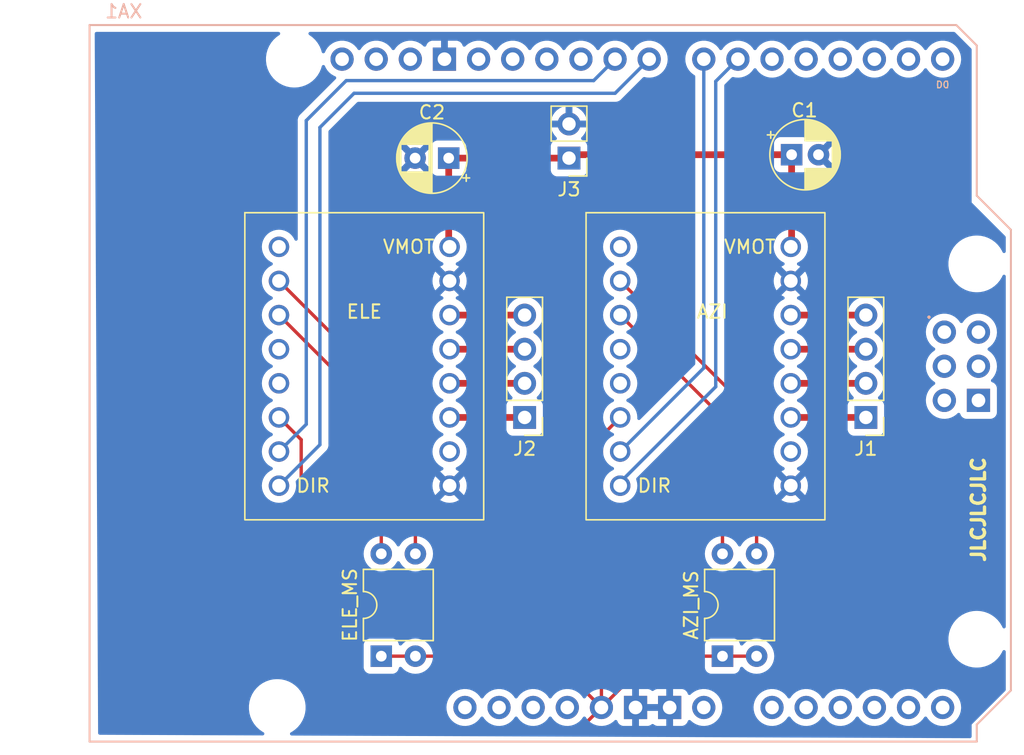
<source format=kicad_pcb>
(kicad_pcb (version 20211014) (generator pcbnew)
  (layers (0 "F.Cu" signal) (31 "B.Cu" signal) (34 "B.Paste" user) (35 "F.Paste" user) (36 "B.SilkS" user "B.Silkscreen") (37 "F.SilkS" user "F.Silkscreen") (38 "B.Mask" user) (39 "F.Mask" user) (44 "Edge.Cuts" user))
  (net 0 "")
  (net 1 "VCC")
  (net 2 "GND")
  (net 3 "Net-(J1-Pad1)")
  (net 4 "Net-(J1-Pad2)")
  (net 5 "Net-(J1-Pad3)")
  (net 6 "Net-(J1-Pad4)")
  (net 7 "Net-(J2-Pad1)")
  (net 8 "Net-(J2-Pad2)")
  (net 9 "Net-(J2-Pad3)")
  (net 10 "Net-(J2-Pad4)")
  (net 11 "+5V")
  (net 48 "Net-(SW1-Pad4)")
  (net 49 "Net-(SW1-Pad3)")
  (net 50 "Net-(U2-Pad2)")
  (net 51 "Net-(U2-Pad3)")
  (net 52 "Net-(XA1-PadD6)")
  (net 53 "Net-(XA1-PadD7)")
  (net 54 "Net-(XA1-PadD9)")
  (net 55 "Net-(XA1-PadD8)")
  (footprint "Package_DIP:DIP-4_W7.62mm" (layer "F.Cu") (at 133.345 90.16 90)
    (fp_text reference "AZI_MS" (at 3.81 -2.33 90) (layer "F.SilkS"))
    (fp_text value "SW_DIP_x02")
    (fp_line (start 6.46 -1.33) (end 4.81 -1.33) (layer "F.SilkS") (width 0.12))
    (fp_line (start 6.46 3.87) (end 6.46 -1.33) (layer "F.SilkS") (width 0.12))
    (fp_line (start 2.81 -1.33) (end 1.16 -1.33) (layer "F.SilkS") (width 0.12))
    (fp_line (start 1.16 3.87) (end 6.46 3.87) (layer "F.SilkS") (width 0.12))
    (fp_line (start 1.16 -1.33) (end 1.16 3.87) (layer "F.SilkS") (width 0.12))
    (fp_arc (start 4.81 -1.33) (mid 3.81 -0.33) (end 2.81 -1.33) (layer "F.SilkS") (width 0.12))
    (pad "1" thru_hole rect (at 0 0 90) (size 1.6 1.6) (drill 0.8) (layers *.Cu *.Mask) (net 11 "+5V"))
    (pad "2" thru_hole oval (at 0 2.54 90) (size 1.6 1.6) (drill 0.8) (layers *.Cu *.Mask) (net 11 "+5V"))
    (pad "3" thru_hole oval (at 7.62 2.54 90) (size 1.6 1.6) (drill 0.8) (layers *.Cu *.Mask) (net 49 "Net-(SW1-Pad3)"))
    (pad "4" thru_hole oval (at 7.62 0 90) (size 1.6 1.6) (drill 0.8) (layers *.Cu *.Mask) (net 48 "Net-(SW1-Pad4)"))
  )
  (footprint "Capacitor_THT:CP_Radial_D5.0mm_P2.00mm" (layer "F.Cu") (at 138.490888 52.832)
    (fp_text reference "C1" (at 0.955112 -3.302) (layer "F.SilkS"))
    (fp_text value "C_Polarized_Small")
    (fp_line (start 1.64 1.04) (end 1.64 2.501) (layer "F.SilkS") (width 0.12))
    (fp_line (start 1.761 -2.468) (end 1.761 -1.04) (layer "F.SilkS") (width 0.12))
    (fp_line (start 1.16 -2.576) (end 1.16 -1.04) (layer "F.SilkS") (width 0.12))
    (fp_line (start 2.641 1.04) (end 2.641 2.004) (layer "F.SilkS") (width 0.12))
    (fp_line (start 1.44 1.04) (end 1.44 2.543) (layer "F.SilkS") (width 0.12))
    (fp_line (start 3.081 -1.554) (end 3.081 1.554) (layer "F.SilkS") (width 0.12))
    (fp_line (start 2.841 1.04) (end 2.841 1.826) (layer "F.SilkS") (width 0.12))
    (fp_line (start 3.561 -0.518) (end 3.561 0.518) (layer "F.SilkS") (width 0.12))
    (fp_line (start 1.2 1.04) (end 1.2 2.573) (layer "F.SilkS") (width 0.12))
    (fp_line (start 2.081 -2.348) (end 2.081 -1.04) (layer "F.SilkS") (width 0.12))
    (fp_line (start 2.521 1.04) (end 2.521 2.095) (layer "F.SilkS") (width 0.12))
    (fp_line (start 2.561 -2.065) (end 2.561 -1.04) (layer "F.SilkS") (width 0.12))
    (fp_line (start 1 -2.58) (end 1 -1.04) (layer "F.SilkS") (width 0.12))
    (fp_line (start 2.681 -1.971) (end 2.681 -1.04) (layer "F.SilkS") (width 0.12))
    (fp_line (start 1.04 1.04) (end 1.04 2.58) (layer "F.SilkS") (width 0.12))
    (fp_line (start 2.841 -1.826) (end 2.841 -1.04) (layer "F.SilkS") (width 0.12))
    (fp_line (start 1.841 1.04) (end 1.841 2.442) (layer "F.SilkS") (width 0.12))
    (fp_line (start 2.121 1.04) (end 2.121 2.329) (layer "F.SilkS") (width 0.12))
    (fp_line (start 2.161 1.04) (end 2.161 2.31) (layer "F.SilkS") (width 0.12))
    (fp_line (start 2.361 -2.2) (end 2.361 -1.04) (layer "F.SilkS") (width 0.12))
    (fp_line (start 2.201 1.04) (end 2.201 2.29) (layer "F.SilkS") (width 0.12))
    (fp_line (start 1.12 -2.578) (end 1.12 -1.04) (layer "F.SilkS") (width 0.12))
    (fp_line (start 1.801 -2.455) (end 1.801 -1.04) (layer "F.SilkS") (width 0.12))
    (fp_line (start 1.28 -2.565) (end 1.28 -1.04) (layer "F.SilkS") (width 0.12))
    (fp_line (start 1.841 -2.442) (end 1.841 -1.04) (layer "F.SilkS") (width 0.12))
    (fp_line (start 1.801 1.04) (end 1.801 2.455) (layer "F.SilkS") (width 0.12))
    (fp_line (start 1.6 1.04) (end 1.6 2.511) (layer "F.SilkS") (width 0.12))
    (fp_line (start 1.32 1.04) (end 1.32 2.561) (layer "F.SilkS") (width 0.12))
    (fp_line (start 1.48 -2.536) (end 1.48 -1.04) (layer "F.SilkS") (width 0.12))
    (fp_line (start 1.32 -2.561) (end 1.32 -1.04) (layer "F.SilkS") (width 0.12))
    (fp_line (start 1.16 1.04) (end 1.16 2.576) (layer "F.SilkS") (width 0.12))
    (fp_line (start 2.201 -2.29) (end 2.201 -1.04) (layer "F.SilkS") (width 0.12))
    (fp_line (start 2.641 -2.004) (end 2.641 -1.04) (layer "F.SilkS") (width 0.12))
    (fp_line (start 3.361 -1.098) (end 3.361 1.098) (layer "F.SilkS") (width 0.12))
    (fp_line (start 2.161 -2.31) (end 2.161 -1.04) (layer "F.SilkS") (width 0.12))
    (fp_line (start 2.521 -2.095) (end 2.521 -1.04) (layer "F.SilkS") (width 0.12))
    (fp_line (start 2.321 -2.224) (end 2.321 -1.04) (layer "F.SilkS") (width 0.12))
    (fp_line (start 2.561 1.04) (end 2.561 2.065) (layer "F.SilkS") (width 0.12))
    (fp_line (start 1.48 1.04) (end 1.48 2.536) (layer "F.SilkS") (width 0.12))
    (fp_line (start 2.801 1.04) (end 2.801 1.864) (layer "F.SilkS") (width 0.12))
    (fp_line (start 3.041 -1.605) (end 3.041 1.605) (layer "F.SilkS") (width 0.12))
    (fp_line (start 1.761 1.04) (end 1.761 2.468) (layer "F.SilkS") (width 0.12))
    (fp_line (start 3.201 -1.383) (end 3.201 1.383) (layer "F.SilkS") (width 0.12))
    (fp_line (start 2.681 1.04) (end 2.681 1.971) (layer "F.SilkS") (width 0.12))
    (fp_line (start 1.08 1.04) (end 1.08 2.579) (layer "F.SilkS") (width 0.12))
    (fp_line (start 2.721 -1.937) (end 2.721 -1.04) (layer "F.SilkS") (width 0.12))
    (fp_line (start 1.68 -2.491) (end 1.68 -1.04) (layer "F.SilkS") (width 0.12))
    (fp_line (start 1.12 1.04) (end 1.12 2.578) (layer "F.SilkS") (width 0.12))
    (fp_line (start 1.24 1.04) (end 1.24 2.569) (layer "F.SilkS") (width 0.12))
    (fp_line (start 1.56 -2.52) (end 1.56 -1.04) (layer "F.SilkS") (width 0.12))
    (fp_line (start 1.881 -2.428) (end 1.881 -1.04) (layer "F.SilkS") (width 0.12))
    (fp_line (start 1.721 1.04) (end 1.721 2.48) (layer "F.SilkS") (width 0.12))
    (fp_line (start 2.881 1.04) (end 2.881 1.785) (layer "F.SilkS") (width 0.12))
    (fp_line (start 3.441 -0.915) (end 3.441 0.915) (layer "F.SilkS") (width 0.12))
    (fp_line (start 2.441 1.04) (end 2.441 2.149) (layer "F.SilkS") (width 0.12))
    (fp_line (start 2.121 -2.329) (end 2.121 -1.04) (layer "F.SilkS") (width 0.12))
    (fp_line (start 2.481 -2.122) (end 2.481 -1.04) (layer "F.SilkS") (width 0.12))
    (fp_line (start 1.921 1.04) (end 1.921 2.414) (layer "F.SilkS") (width 0.12))
    (fp_line (start 2.601 1.04) (end 2.601 2.035) (layer "F.SilkS") (width 0.12))
    (fp_line (start 2.601 -2.035) (end 2.601 -1.04) (layer "F.SilkS") (width 0.12))
    (fp_line (start 2.321 1.04) (end 2.321 2.224) (layer "F.SilkS") (width 0.12))
    (fp_line (start 2.881 -1.785) (end 2.881 -1.04) (layer "F.SilkS") (width 0.12))
    (fp_line (start 1.2 -2.573) (end 1.2 -1.04) (layer "F.SilkS") (width 0.12))
    (fp_line (start 1.68 1.04) (end 1.68 2.491) (layer "F.SilkS") (width 0.12))
    (fp_line (start 1.721 -2.48) (end 1.721 -1.04) (layer "F.SilkS") (width 0.12))
    (fp_line (start 2.241 1.04) (end 2.241 2.268) (layer "F.SilkS") (width 0.12))
    (fp_line (start 1.44 -2.543) (end 1.44 -1.04) (layer "F.SilkS") (width 0.12))
    (fp_line (start 2.921 -1.743) (end 2.921 -1.04) (layer "F.SilkS") (width 0.12))
    (fp_line (start 1.881 1.04) (end 1.881 2.428) (layer "F.SilkS") (width 0.12))
    (fp_line (start 2.001 1.04) (end 2.001 2.382) (layer "F.SilkS") (width 0.12))
    (fp_line (start 2.961 1.04) (end 2.961 1.699) (layer "F.SilkS") (width 0.12))
    (fp_line (start -1.554775 -1.725) (end -1.554775 -1.225) (layer "F.SilkS") (width 0.12))
    (fp_line (start 1.24 -2.569) (end 1.24 -1.04) (layer "F.SilkS") (width 0.12))
    (fp_line (start 2.281 1.04) (end 2.281 2.247) (layer "F.SilkS") (width 0.12))
    (fp_line (start 2.401 -2.175) (end 2.401 -1.04) (layer "F.SilkS") (width 0.12))
    (fp_line (start 2.041 -2.365) (end 2.041 -1.04) (layer "F.SilkS") (width 0.12))
    (fp_line (start 1.36 -2.556) (end 1.36 -1.04) (layer "F.SilkS") (width 0.12))
    (fp_line (start 3.601 -0.284) (end 3.601 0.284) (layer "F.SilkS") (width 0.12))
    (fp_line (start 2.361 1.04) (end 2.361 2.2) (layer "F.SilkS") (width 0.12))
    (fp_line (start 2.401 1.04) (end 2.401 2.175) (layer "F.SilkS") (width 0.12))
    (fp_line (start 2.921 1.04) (end 2.921 1.743) (layer "F.SilkS") (width 0.12))
    (fp_line (start 1.64 -2.501) (end 1.64 -1.04) (layer "F.SilkS") (width 0.12))
    (fp_line (start 3.241 -1.319) (end 3.241 1.319) (layer "F.SilkS") (width 0.12))
    (fp_line (start 3.001 -1.653) (end 3.001 -1.04) (layer "F.SilkS") (width 0.12))
    (fp_line (start 1.4 1.04) (end 1.4 2.55) (layer "F.SilkS") (width 0.12))
    (fp_line (start 3.481 -0.805) (end 3.481 0.805) (layer "F.SilkS") (width 0.12))
    (fp_line (start 1.4 -2.55) (end 1.4 -1.04) (layer "F.SilkS") (width 0.12))
    (fp_line (start 1.921 -2.414) (end 1.921 -1.04) (layer "F.SilkS") (width 0.12))
    (fp_line (start 1.6 -2.511) (end 1.6 -1.04) (layer "F.SilkS") (width 0.12))
    (fp_line (start 1.36 1.04) (end 1.36 2.556) (layer "F.SilkS") (width 0.12))
    (fp_line (start 3.401 -1.011) (end 3.401 1.011) (layer "F.SilkS") (width 0.12))
    (fp_line (start 1.52 -2.528) (end 1.52 -1.04) (layer "F.SilkS") (width 0.12))
    (fp_line (start 2.761 -1.901) (end 2.761 -1.04) (layer "F.SilkS") (width 0.12))
    (fp_line (start 3.521 -0.677) (end 3.521 0.677) (layer "F.SilkS") (width 0.12))
    (fp_line (start 3.001 1.04) (end 3.001 1.653) (layer "F.SilkS") (width 0.12))
    (fp_line (start 3.161 -1.443) (end 3.161 1.443) (layer "F.SilkS") (width 0.12))
    (fp_line (start 1.961 1.04) (end 1.961 2.398) (layer "F.SilkS") (width 0.12))
    (fp_line (start 1.28 1.04) (end 1.28 2.565) (layer "F.SilkS") (width 0.12))
    (fp_line (start 2.801 -1.864) (end 2.801 -1.04) (layer "F.SilkS") (width 0.12))
    (fp_line (start 3.281 -1.251) (end 3.281 1.251) (layer "F.SilkS") (width 0.12))
    (fp_line (start 2.441 -2.149) (end 2.441 -1.04) (layer "F.SilkS") (width 0.12))
    (fp_line (start 1.961 -2.398) (end 1.961 -1.04) (layer "F.SilkS") (width 0.12))
    (fp_line (start 2.961 -1.699) (end 2.961 -1.04) (layer "F.SilkS") (width 0.12))
    (fp_line (start 2.481 1.04) (end 2.481 2.122) (layer "F.SilkS") (width 0.12))
    (fp_line (start 2.761 1.04) (end 2.761 1.901) (layer "F.SilkS") (width 0.12))
    (fp_line (start -1.804775 -1.475) (end -1.304775 -1.475) (layer "F.SilkS") (width 0.12))
    (fp_line (start 2.001 -2.382) (end 2.001 -1.04) (layer "F.SilkS") (width 0.12))
    (fp_line (start 2.281 -2.247) (end 2.281 -1.04) (layer "F.SilkS") (width 0.12))
    (fp_line (start 1.08 -2.579) (end 1.08 -1.04) (layer "F.SilkS") (width 0.12))
    (fp_line (start 3.121 -1.5) (end 3.121 1.5) (layer "F.SilkS") (width 0.12))
    (fp_line (start 1.56 1.04) (end 1.56 2.52) (layer "F.SilkS") (width 0.12))
    (fp_line (start 1.52 1.04) (end 1.52 2.528) (layer "F.SilkS") (width 0.12))
    (fp_line (start 2.081 1.04) (end 2.081 2.348) (layer "F.SilkS") (width 0.12))
    (fp_line (start 2.241 -2.268) (end 2.241 -1.04) (layer "F.SilkS") (width 0.12))
    (fp_line (start 2.041 1.04) (end 2.041 2.365) (layer "F.SilkS") (width 0.12))
    (fp_line (start 1 1.04) (end 1 2.58) (layer "F.SilkS") (width 0.12))
    (fp_line (start 1.04 -2.58) (end 1.04 -1.04) (layer "F.SilkS") (width 0.12))
    (fp_line (start 3.321 -1.178) (end 3.321 1.178) (layer "F.SilkS") (width 0.12))
    (fp_line (start 2.721 1.04) (end 2.721 1.937) (layer "F.SilkS") (width 0.12))
    (fp_circle (center 1 0) (end 3.62 0) (layer "F.SilkS") (width 0.12) (fill none))
    (pad "1" thru_hole rect (at 0 0) (size 1.6 1.6) (drill 0.8) (layers *.Cu *.Mask) (net 1 "VCC"))
    (pad "2" thru_hole circle (at 2 0) (size 1.6 1.6) (drill 0.8) (layers *.Cu *.Mask) (net 2 "GND"))
  )
  (footprint "Connector_PinHeader_2.54mm:PinHeader_1x02_P2.54mm_Vertical" (layer "F.Cu") (at 121.92 53.086 180)
    (fp_text reference "J3" (at 0 -2.33) (layer "F.SilkS"))
    (fp_text value "Conn_01x02")
    (fp_line (start -1.33 0) (end -1.33 -1.33) (layer "F.SilkS") (width 0.12))
    (fp_line (start -1.33 1.27) (end -1.33 3.87) (layer "F.SilkS") (width 0.12))
    (fp_line (start 1.33 1.27) (end 1.33 3.87) (layer "F.SilkS") (width 0.12))
    (fp_line (start -1.33 -1.33) (end 0 -1.33) (layer "F.SilkS") (width 0.12))
    (fp_line (start -1.33 3.87) (end 1.33 3.87) (layer "F.SilkS") (width 0.12))
    (fp_line (start -1.33 1.27) (end 1.33 1.27) (layer "F.SilkS") (width 0.12))
    (pad "1" thru_hole rect (at 0 0 180) (size 1.7 1.7) (drill 1) (layers *.Cu *.Mask) (net 1 "VCC"))
    (pad "2" thru_hole oval (at 0 2.54 180) (size 1.7 1.7) (drill 1) (layers *.Cu *.Mask) (net 2 "GND"))
  )
  (footprint "Library:mp6500" (layer "F.Cu") (at 100.33 59.69)
    (fp_text reference "ELE" (at 6.35 4.826 unlocked) (layer "F.SilkS"))
    (fp_text value "MP6500")
    (fp_text user "DIR" (at 2.54 17.78 unlocked) (layer "F.SilkS"))
    (fp_text user "VMOT" (at 9.652 0 unlocked) (layer "F.SilkS"))
    (fp_rect (start -2.54 -2.54) (end 15.24 20.32) (layer "F.SilkS") (width 0.12) (fill none))
    (pad "1" thru_hole circle (at 0 0) (size 1.524 1.524) (drill 1.02) (layers *.Cu *.Mask))
    (pad "2" thru_hole circle (at 0 2.54) (size 1.524 1.524) (drill 1.02) (layers *.Cu *.Mask) (net 50 "Net-(U2-Pad2)"))
    (pad "3" thru_hole circle (at 0 5.08) (size 1.524 1.524) (drill 1.02) (layers *.Cu *.Mask) (net 51 "Net-(U2-Pad3)"))
    (pad "4" thru_hole circle (at 0 7.62) (size 1.524 1.524) (drill 1.02) (layers *.Cu *.Mask))
    (pad "5" thru_hole circle (at 0 10.16) (size 1.524 1.524) (drill 1.02) (layers *.Cu *.Mask))
    (pad "6" thru_hole circle (at 0 12.7) (size 1.524 1.524) (drill 1.02) (layers *.Cu *.Mask) (net 11 "+5V"))
    (pad "7" thru_hole circle (at 0 15.24) (size 1.524 1.524) (drill 1.02) (layers *.Cu *.Mask) (net 54 "Net-(XA1-PadD9)"))
    (pad "8" thru_hole circle (at 0 17.78) (size 1.524 1.524) (drill 1.02) (layers *.Cu *.Mask) (net 55 "Net-(XA1-PadD8)"))
    (pad "9" thru_hole circle (at 12.7 0) (size 1.524 1.524) (drill 1.02) (layers *.Cu *.Mask) (net 1 "VCC"))
    (pad "10" thru_hole circle (at 12.7 2.54) (size 1.524 1.524) (drill 1.02) (layers *.Cu *.Mask) (net 2 "GND"))
    (pad "11" thru_hole circle (at 12.7 5.08) (size 1.524 1.524) (drill 1.02) (layers *.Cu *.Mask) (net 10 "Net-(J2-Pad4)"))
    (pad "12" thru_hole circle (at 12.7 7.62) (size 1.524 1.524) (drill 1.02) (layers *.Cu *.Mask) (net 9 "Net-(J2-Pad3)"))
    (pad "13" thru_hole circle (at 12.7 10.16) (size 1.524 1.524) (drill 1.02) (layers *.Cu *.Mask) (net 8 "Net-(J2-Pad2)"))
    (pad "14" thru_hole circle (at 12.7 12.7) (size 1.524 1.524) (drill 1.02) (layers *.Cu *.Mask) (net 7 "Net-(J2-Pad1)"))
    (pad "15" thru_hole circle (at 12.7 15.24) (size 1.524 1.524) (drill 1.02) (layers *.Cu *.Mask))
    (pad "16" thru_hole circle (at 12.7 17.78) (size 1.524 1.524) (drill 1.02) (layers *.Cu *.Mask) (net 2 "GND"))
  )
  (footprint "Connector_PinHeader_2.54mm:PinHeader_1x04_P2.54mm_Vertical" (layer "F.Cu") (at 144.018 72.39 180)
    (fp_text reference "J1" (at 0 -2.33 180) (layer "F.SilkS"))
    (fp_text value "Conn_01x04")
    (fp_line (start -1.33 -1.33) (end 0 -1.33) (layer "F.SilkS") (width 0.12))
    (fp_line (start -1.33 8.95) (end 1.33 8.95) (layer "F.SilkS") (width 0.12))
    (fp_line (start -1.33 1.27) (end 1.33 1.27) (layer "F.SilkS") (width 0.12))
    (fp_line (start -1.33 1.27) (end -1.33 8.95) (layer "F.SilkS") (width 0.12))
    (fp_line (start -1.33 0) (end -1.33 -1.33) (layer "F.SilkS") (width 0.12))
    (fp_line (start 1.33 1.27) (end 1.33 8.95) (layer "F.SilkS") (width 0.12))
    (pad "1" thru_hole rect (at 0 0 180) (size 1.7 1.7) (drill 1) (layers *.Cu *.Mask) (net 3 "Net-(J1-Pad1)"))
    (pad "2" thru_hole oval (at 0 2.54 180) (size 1.7 1.7) (drill 1) (layers *.Cu *.Mask) (net 4 "Net-(J1-Pad2)"))
    (pad "3" thru_hole oval (at 0 5.08 180) (size 1.7 1.7) (drill 1) (layers *.Cu *.Mask) (net 5 "Net-(J1-Pad3)"))
    (pad "4" thru_hole oval (at 0 7.62 180) (size 1.7 1.7) (drill 1) (layers *.Cu *.Mask) (net 6 "Net-(J1-Pad4)"))
  )
  (footprint "Library:mp6500" (layer "F.Cu") (at 125.73 59.69)
    (fp_text reference "AZI" (at 6.858 4.826 unlocked) (layer "F.SilkS"))
    (fp_text value "MP6500")
    (fp_text user "DIR" (at 2.54 17.78 unlocked) (layer "F.SilkS"))
    (fp_text user "VMOT" (at 9.652 0 unlocked) (layer "F.SilkS"))
    (fp_rect (start -2.54 -2.54) (end 15.24 20.32) (layer "F.SilkS") (width 0.12) (fill none))
    (pad "1" thru_hole circle (at 0 0) (size 1.524 1.524) (drill 1.02) (layers *.Cu *.Mask))
    (pad "2" thru_hole circle (at 0 2.54) (size 1.524 1.524) (drill 1.02) (layers *.Cu *.Mask) (net 49 "Net-(SW1-Pad3)"))
    (pad "3" thru_hole circle (at 0 5.08) (size 1.524 1.524) (drill 1.02) (layers *.Cu *.Mask) (net 48 "Net-(SW1-Pad4)"))
    (pad "4" thru_hole circle (at 0 7.62) (size 1.524 1.524) (drill 1.02) (layers *.Cu *.Mask))
    (pad "5" thru_hole circle (at 0 10.16) (size 1.524 1.524) (drill 1.02) (layers *.Cu *.Mask))
    (pad "6" thru_hole circle (at 0 12.7) (size 1.524 1.524) (drill 1.02) (layers *.Cu *.Mask) (net 11 "+5V"))
    (pad "7" thru_hole circle (at 0 15.24) (size 1.524 1.524) (drill 1.02) (layers *.Cu *.Mask) (net 53 "Net-(XA1-PadD7)"))
    (pad "8" thru_hole circle (at 0 17.78) (size 1.524 1.524) (drill 1.02) (layers *.Cu *.Mask) (net 52 "Net-(XA1-PadD6)"))
    (pad "9" thru_hole circle (at 12.7 0) (size 1.524 1.524) (drill 1.02) (layers *.Cu *.Mask) (net 1 "VCC"))
    (pad "10" thru_hole circle (at 12.7 2.54) (size 1.524 1.524) (drill 1.02) (layers *.Cu *.Mask) (net 2 "GND"))
    (pad "11" thru_hole circle (at 12.7 5.08) (size 1.524 1.524) (drill 1.02) (layers *.Cu *.Mask) (net 6 "Net-(J1-Pad4)"))
    (pad "12" thru_hole circle (at 12.7 7.62) (size 1.524 1.524) (drill 1.02) (layers *.Cu *.Mask) (net 5 "Net-(J1-Pad3)"))
    (pad "13" thru_hole circle (at 12.7 10.16) (size 1.524 1.524) (drill 1.02) (layers *.Cu *.Mask) (net 4 "Net-(J1-Pad2)"))
    (pad "14" thru_hole circle (at 12.7 12.7) (size 1.524 1.524) (drill 1.02) (layers *.Cu *.Mask) (net 3 "Net-(J1-Pad1)"))
    (pad "15" thru_hole circle (at 12.7 15.24) (size 1.524 1.524) (drill 1.02) (layers *.Cu *.Mask))
    (pad "16" thru_hole circle (at 12.7 17.78) (size 1.524 1.524) (drill 1.02) (layers *.Cu *.Mask) (net 2 "GND"))
  )
  (footprint "Connector_PinHeader_2.54mm:PinHeader_1x04_P2.54mm_Vertical" (layer "F.Cu") (at 118.618 72.39 180)
    (fp_text reference "J2" (at 0 -2.33 180) (layer "F.SilkS"))
    (fp_text value "Conn_01x04")
    (fp_line (start -1.33 -1.33) (end 0 -1.33) (layer "F.SilkS") (width 0.12))
    (fp_line (start -1.33 8.95) (end 1.33 8.95) (layer "F.SilkS") (width 0.12))
    (fp_line (start -1.33 0) (end -1.33 -1.33) (layer "F.SilkS") (width 0.12))
    (fp_line (start 1.33 1.27) (end 1.33 8.95) (layer "F.SilkS") (width 0.12))
    (fp_line (start -1.33 1.27) (end 1.33 1.27) (layer "F.SilkS") (width 0.12))
    (fp_line (start -1.33 1.27) (end -1.33 8.95) (layer "F.SilkS") (width 0.12))
    (pad "1" thru_hole rect (at 0 0 180) (size 1.7 1.7) (drill 1) (layers *.Cu *.Mask) (net 7 "Net-(J2-Pad1)"))
    (pad "2" thru_hole oval (at 0 2.54 180) (size 1.7 1.7) (drill 1) (layers *.Cu *.Mask) (net 8 "Net-(J2-Pad2)"))
    (pad "3" thru_hole oval (at 0 5.08 180) (size 1.7 1.7) (drill 1) (layers *.Cu *.Mask) (net 9 "Net-(J2-Pad3)"))
    (pad "4" thru_hole oval (at 0 7.62 180) (size 1.7 1.7) (drill 1) (layers *.Cu *.Mask) (net 10 "Net-(J2-Pad4)"))
  )
  (footprint "Package_DIP:DIP-4_W7.62mm" (layer "F.Cu") (at 107.945 90.16 90)
    (fp_text reference "ELE_MS" (at 3.81 -2.33 90) (layer "F.SilkS"))
    (fp_text value "SW_DIP_x02")
    (fp_line (start 2.81 -1.33) (end 1.16 -1.33) (layer "F.SilkS") (width 0.12))
    (fp_line (start 6.46 3.87) (end 6.46 -1.33) (layer "F.SilkS") (width 0.12))
    (fp_line (start 1.16 3.87) (end 6.46 3.87) (layer "F.SilkS") (width 0.12))
    (fp_line (start 6.46 -1.33) (end 4.81 -1.33) (layer "F.SilkS") (width 0.12))
    (fp_line (start 1.16 -1.33) (end 1.16 3.87) (layer "F.SilkS") (width 0.12))
    (fp_arc (start 4.81 -1.33) (mid 3.81 -0.33) (end 2.81 -1.33) (layer "F.SilkS") (width 0.12))
    (pad "1" thru_hole rect (at 0 0 90) (size 1.6 1.6) (drill 0.8) (layers *.Cu *.Mask) (net 11 "+5V"))
    (pad "2" thru_hole oval (at 0 2.54 90) (size 1.6 1.6) (drill 0.8) (layers *.Cu *.Mask) (net 11 "+5V"))
    (pad "3" thru_hole oval (at 7.62 2.54 90) (size 1.6 1.6) (drill 0.8) (layers *.Cu *.Mask) (net 50 "Net-(U2-Pad2)"))
    (pad "4" thru_hole oval (at 7.62 0 90) (size 1.6 1.6) (drill 0.8) (layers *.Cu *.Mask) (net 51 "Net-(U2-Pad3)"))
  )
  (footprint "Capacitor_THT:CP_Radial_D5.0mm_P2.50mm" (layer "F.Cu") (at 112.965113 53.086 180)
    (fp_text reference "C2" (at 1.25 3.4036) (layer "F.SilkS"))
    (fp_text value "C_Polarized_Small")
    (fp_line (start 2.651 1.04) (end 2.651 2.175) (layer "F.SilkS") (width 0.12))
    (fp_line (start 3.211 1.04) (end 3.211 1.699) (layer "F.SilkS") (width 0.12))
    (fp_line (start 2.211 -2.398) (end 2.211 -1.04) (layer "F.SilkS") (width 0.12))
    (fp_line (start 1.73 1.04) (end 1.73 2.536) (layer "F.SilkS") (width 0.12))
    (fp_line (start 3.251 -1.653) (end 3.251 -1.04) (layer "F.SilkS") (width 0.12))
    (fp_line (start 2.971 -1.937) (end 2.971 -1.04) (layer "F.SilkS") (width 0.12))
    (fp_line (start 1.971 -2.48) (end 1.971 -1.04) (layer "F.SilkS") (width 0.12))
    (fp_line (start 1.57 1.04) (end 1.57 2.561) (layer "F.SilkS") (width 0.12))
    (fp_line (start 1.69 1.04) (end 1.69 2.543) (layer "F.SilkS") (width 0.12))
    (fp_line (start 3.051 -1.864) (end 3.051 -1.04) (layer "F.SilkS") (width 0.12))
    (fp_line (start 2.971 1.04) (end 2.971 1.937) (layer "F.SilkS") (width 0.12))
    (fp_line (start 3.411 1.04) (end 3.411 1.443) (layer "F.SilkS") (width 0.12))
    (fp_line (start 2.131 -2.428) (end 2.131 -1.04) (layer "F.SilkS") (width 0.12))
    (fp_line (start 2.171 1.04) (end 2.171 2.414) (layer "F.SilkS") (width 0.12))
    (fp_line (start 2.091 1.04) (end 2.091 2.442) (layer "F.SilkS") (width 0.12))
    (fp_line (start 3.331 -1.554) (end 3.331 -1.04) (layer "F.SilkS") (width 0.12))
    (fp_line (start 3.251 1.04) (end 3.251 1.653) (layer "F.SilkS") (width 0.12))
    (fp_line (start 3.651 -1.011) (end 3.651 1.011) (layer "F.SilkS") (width 0.12))
    (fp_line (start 2.131 1.04) (end 2.131 2.428) (layer "F.SilkS") (width 0.12))
    (fp_line (start 2.851 -2.035) (end 2.851 -1.04) (layer "F.SilkS") (width 0.12))
    (fp_line (start 3.371 -1.5) (end 3.371 -1.04) (layer "F.SilkS") (width 0.12))
    (fp_line (start 1.57 -2.561) (end 1.57 -1.04) (layer "F.SilkS") (width 0.12))
    (fp_line (start 3.531 -1.251) (end 3.531 -1.04) (layer "F.SilkS") (width 0.12))
    (fp_line (start 1.53 1.04) (end 1.53 2.565) (layer "F.SilkS") (width 0.12))
    (fp_line (start 2.411 1.04) (end 2.411 2.31) (layer "F.SilkS") (width 0.12))
    (fp_line (start 2.451 -2.29) (end 2.451 -1.04) (layer "F.SilkS") (width 0.12))
    (fp_line (start 3.811 -0.518) (end 3.811 0.518) (layer "F.SilkS") (width 0.12))
    (fp_line (start 2.891 1.04) (end 2.891 2.004) (layer "F.SilkS") (width 0.12))
    (fp_line (start 1.971 1.04) (end 1.971 2.48) (layer "F.SilkS") (width 0.12))
    (fp_line (start 2.771 1.04) (end 2.771 2.095) (layer "F.SilkS") (width 0.12))
    (fp_line (start 3.771 -0.677) (end 3.771 0.677) (layer "F.SilkS") (width 0.12))
    (fp_line (start 3.371 1.04) (end 3.371 1.5) (layer "F.SilkS") (width 0.12))
    (fp_line (start 3.571 -1.178) (end 3.571 1.178) (layer "F.SilkS") (width 0.12))
    (fp_line (start 2.531 -2.247) (end 2.531 -1.04) (layer "F.SilkS") (width 0.12))
    (fp_line (start 2.371 1.04) (end 2.371 2.329) (layer "F.SilkS") (width 0.12))
    (fp_line (start 3.291 1.04) (end 3.291 1.605) (layer "F.SilkS") (width 0.12))
    (fp_line (start 3.291 -1.605) (end 3.291 -1.04) (layer "F.SilkS") (width 0.12))
    (fp_line (start 2.251 -2.382) (end 2.251 -1.04) (layer "F.SilkS") (width 0.12))
    (fp_line (start 2.291 1.04) (end 2.291 2.365) (layer "F.SilkS") (width 0.12))
    (fp_line (start 1.93 -2.491) (end 1.93 -1.04) (layer "F.SilkS") (width 0.12))
    (fp_line (start 1.69 -2.543) (end 1.69 -1.04) (layer "F.SilkS") (width 0.12))
    (fp_line (start 3.171 1.04) (end 3.171 1.743) (layer "F.SilkS") (width 0.12))
    (fp_line (start 1.85 -2.511) (end 1.85 -1.04) (layer "F.SilkS") (width 0.12))
    (fp_line (start 2.491 1.04) (end 2.491 2.268) (layer "F.SilkS") (width 0.12))
    (fp_line (start 3.851 -0.284) (end 3.851 0.284) (layer "F.SilkS") (width 0.12))
    (fp_line (start 3.491 -1.319) (end 3.491 -1.04) (layer "F.SilkS") (width 0.12))
    (fp_line (start 3.011 -1.901) (end 3.011 -1.04) (layer "F.SilkS") (width 0.12))
    (fp_line (start 2.051 -2.455) (end 2.051 -1.04) (layer "F.SilkS") (width 0.12))
    (fp_line (start 3.691 -0.915) (end 3.691 0.915) (layer "F.SilkS") (width 0.12))
    (fp_line (start 1.61 1.04) (end 1.61 2.556) (layer "F.SilkS") (width 0.12))
    (fp_line (start 2.331 -2.348) (end 2.331 -1.04) (layer "F.SilkS") (width 0.12))
    (fp_line (start 1.49 -2.569) (end 1.49 -1.04) (layer "F.SilkS") (width 0.12))
    (fp_line (start 2.611 -2.2) (end 2.611 -1.04) (layer "F.SilkS") (width 0.12))
    (fp_line (start 1.41 -2.576) (end 1.41 2.576) (layer "F.SilkS") (width 0.12))
    (fp_line (start 1.73 -2.536) (end 1.73 -1.04) (layer "F.SilkS") (width 0.12))
    (fp_line (start -1.554775 -1.475) (end -1.054775 -1.475) (layer "F.SilkS") (width 0.12))
    (fp_line (start 2.731 1.04) (end 2.731 2.122) (layer "F.SilkS") (width 0.12))
    (fp_line (start 3.171 -1.743) (end 3.171 -1.04) (layer "F.SilkS") (width 0.12))
    (fp_line (start 2.731 -2.122) (end 2.731 -1.04) (layer "F.SilkS") (width 0.12))
    (fp_line (start 2.491 -2.268) (end 2.491 -1.04) (layer "F.SilkS") (width 0.12))
    (fp_line (start 2.411 -2.31) (end 2.411 -1.04) (layer "F.SilkS") (width 0.12))
    (fp_line (start 2.571 1.04) (end 2.571 2.224) (layer "F.SilkS") (width 0.12))
    (fp_line (start 1.37 -2.578) (end 1.37 2.578) (layer "F.SilkS") (width 0.12))
    (fp_line (start 3.531 1.04) (end 3.531 1.251) (layer "F.SilkS") (width 0.12))
    (fp_line (start 2.651 -2.175) (end 2.651 -1.04) (layer "F.SilkS") (width 0.12))
    (fp_line (start 3.411 -1.443) (end 3.411 -1.04) (layer "F.SilkS") (width 0.12))
    (fp_line (start 3.051 1.04) (end 3.051 1.864) (layer "F.SilkS") (width 0.12))
    (fp_line (start 2.331 1.04) (end 2.331 2.348) (layer "F.SilkS") (width 0.12))
    (fp_line (start 1.77 1.04) (end 1.77 2.528) (layer "F.SilkS") (width 0.12))
    (fp_line (start 1.77 -2.528) (end 1.77 -1.04) (layer "F.SilkS") (width 0.12))
    (fp_line (start 2.371 -2.329) (end 2.371 -1.04) (layer "F.SilkS") (width 0.12))
    (fp_line (start 3.451 -1.383) (end 3.451 -1.04) (layer "F.SilkS") (width 0.12))
    (fp_line (start 2.011 1.04) (end 2.011 2.468) (layer "F.SilkS") (width 0.12))
    (fp_line (start 3.091 -1.826) (end 3.091 -1.04) (layer "F.SilkS") (width 0.12))
    (fp_line (start 1.45 -2.573) (end 1.45 2.573) (layer "F.SilkS") (width 0.12))
    (fp_line (start 2.091 -2.442) (end 2.091 -1.04) (layer "F.SilkS") (width 0.12))
    (fp_line (start 3.331 1.04) (end 3.331 1.554) (layer "F.SilkS") (width 0.12))
    (fp_line (start 1.53 -2.565) (end 1.53 -1.04) (layer "F.SilkS") (width 0.12))
    (fp_line (start 3.131 -1.785) (end 3.131 -1.04) (layer "F.SilkS") (width 0.12))
    (fp_line (start 1.61 -2.556) (end 1.61 -1.04) (layer "F.SilkS") (width 0.12))
    (fp_line (start 1.25 -2.58) (end 1.25 2.58) (layer "F.SilkS") (width 0.12))
    (fp_line (start 3.611 -1.098) (end 3.611 1.098) (layer "F.SilkS") (width 0.12))
    (fp_line (start 2.211 1.04) (end 2.211 2.398) (layer "F.SilkS") (width 0.12))
    (fp_line (start 1.65 -2.55) (end 1.65 -1.04) (layer "F.SilkS") (width 0.12))
    (fp_line (start 1.29 -2.58) (end 1.29 2.58) (layer "F.SilkS") (width 0.12))
    (fp_line (start 3.491 1.04) (end 3.491 1.319) (layer "F.SilkS") (width 0.12))
    (fp_line (start 1.33 -2.579) (end 1.33 2.579) (layer "F.SilkS") (width 0.12))
    (fp_line (start 2.851 1.04) (end 2.851 2.035) (layer "F.SilkS") (width 0.12))
    (fp_line (start 3.091 1.04) (end 3.091 1.826) (layer "F.SilkS") (width 0.12))
    (fp_line (start 1.81 1.04) (end 1.81 2.52) (layer "F.SilkS") (width 0.12))
    (fp_line (start 1.49 1.04) (end 1.49 2.569) (layer "F.SilkS") (width 0.12))
    (fp_line (start 2.251 1.04) (end 2.251 2.382) (layer "F.SilkS") (width 0.12))
    (fp_line (start 2.811 -2.065) (end 2.811 -1.04) (layer "F.SilkS") (width 0.12))
    (fp_line (start 2.571 -2.224) (end 2.571 -1.04) (layer "F.SilkS") (width 0.12))
    (fp_line (start 3.731 -0.805) (end 3.731 0.805) (layer "F.SilkS") (width 0.12))
    (fp_line (start 3.211 -1.699) (end 3.211 -1.04) (layer "F.SilkS") (width 0.12))
    (fp_line (start 1.81 -2.52) (end 1.81 -1.04) (layer "F.SilkS") (width 0.12))
    (fp_line (start 1.85 1.04) (end 1.85 2.511) (layer "F.SilkS") (width 0.12))
    (fp_line (start 2.051 1.04) (end 2.051 2.455) (layer "F.SilkS") (width 0.12))
    (fp_line (start 3.011 1.04) (end 3.011 1.901) (layer "F.SilkS") (width 0.12))
    (fp_line (start 2.451 1.04) (end 2.451 2.29) (layer "F.SilkS") (width 0.12))
    (fp_line (start 2.611 1.04) (end 2.611 2.2) (layer "F.SilkS") (width 0.12))
    (fp_line (start 2.931 1.04) (end 2.931 1.971) (layer "F.SilkS") (width 0.12))
    (fp_line (start 2.291 -2.365) (end 2.291 -1.04) (layer "F.SilkS") (width 0.12))
    (fp_line (start 1.65 1.04) (end 1.65 2.55) (layer "F.SilkS") (width 0.12))
    (fp_line (start -1.304775 -1.725) (end -1.304775 -1.225) (layer "F.SilkS") (width 0.12))
    (fp_line (start 2.011 -2.468) (end 2.011 -1.04) (layer "F.SilkS") (width 0.12))
    (fp_line (start 2.531 1.04) (end 2.531 2.247) (layer "F.SilkS") (width 0.12))
    (fp_line (start 3.131 1.04) (end 3.131 1.785) (layer "F.SilkS") (width 0.12))
    (fp_line (start 1.89 -2.501) (end 1.89 -1.04) (layer "F.SilkS") (width 0.12))
    (fp_line (start 2.811 1.04) (end 2.811 2.065) (layer "F.SilkS") (width 0.12))
    (fp_line (start 2.171 -2.414) (end 2.171 -1.04) (layer "F.SilkS") (width 0.12))
    (fp_line (start 2.691 1.04) (end 2.691 2.149) (layer "F.SilkS") (width 0.12))
    (fp_line (start 2.931 -1.971) (end 2.931 -1.04) (layer "F.SilkS") (width 0.12))
    (fp_line (start 2.691 -2.149) (end 2.691 -1.04) (layer "F.SilkS") (width 0.12))
    (fp_line (start 3.451 1.04) (end 3.451 1.383) (layer "F.SilkS") (width 0.12))
    (fp_line (start 1.89 1.04) (end 1.89 2.501) (layer "F.SilkS") (width 0.12))
    (fp_line (start 1.93 1.04) (end 1.93 2.491) (layer "F.SilkS") (width 0.12))
    (fp_line (start 2.891 -2.004) (end 2.891 -1.04) (layer "F.SilkS") (width 0.12))
    (fp_line (start 2.771 -2.095) (end 2.771 -1.04) (layer "F.SilkS") (width 0.12))
    (fp_circle (center 1.25 0) (end 3.87 0) (layer "F.SilkS") (width 0.12) (fill none))
    (pad "1" thru_hole rect (at 0 0 180) (size 1.6 1.6) (drill 0.8) (layers *.Cu *.Mask) (net 1 "VCC"))
    (pad "2" thru_hole circle (at 2.5 0 180) (size 1.6 1.6) (drill 0.8) (layers *.Cu *.Mask) (net 2 "GND"))
  )
  (footprint "Arduino:Arduino_Uno_Shield" (layer "F.Cu") (at 86.233 96.52)
    (fp_text reference "XA1" (at 2.54 -54.356) (layer "B.SilkS") (effects (justify mirror)))
    (fp_text value "Arduino_Uno_Shield")
    (fp_text user "." (at 62.484 -32.004) (layer "B.SilkS"))
    (fp_text user "D0" (at 63.5 -48.895 unlocked) (layer "B.SilkS") (effects (font (size 0.5 0.5) (thickness 0.075)) (justify mirror)))
    (fp_text user "D0" (at 63.5 -48.895 unlocked) (layer "F.SilkS") (effects (font (size 0.5 0.5) (thickness 0.075))))
    (fp_text user "." (at 62.484 -32.004) (layer "F.SilkS"))
    (fp_line (start 64.516 -53.34) (end 66.04 -51.816) (layer "B.SilkS") (width 0.15))
    (fp_line (start 66.04 0) (end 66.04 -1.27) (layer "B.SilkS") (width 0.15))
    (fp_line (start 0 -53.34) (end 0 0) (layer "B.SilkS") (width 0.15))
    (fp_line (start 0 -53.34) (end 64.516 -53.34) (layer "B.SilkS") (width 0.15))
    (fp_line (start 0 0) (end 66.04 0) (layer "B.SilkS") (width 0.15))
    (fp_line (start 66.04 -1.27) (end 68.58 -3.81) (layer "B.SilkS") (width 0.15))
    (fp_line (start 68.58 -38.1) (end 66.04 -40.64) (layer "B.SilkS") (width 0.15))
    (fp_line (start 66.04 -40.64) (end 66.04 -51.816) (layer "B.SilkS") (width 0.15))
    (fp_line (start 68.58 -3.81) (end 68.58 -38.1) (layer "B.SilkS") (width 0.15))
    (pad "" np_thru_hole circle (at 66.04 -35.56) (size 3.2 3.2) (drill 3.2) (layers *.Cu *.Mask))
    (pad "" np_thru_hole circle (at 66.04 -7.62) (size 3.2 3.2) (drill 3.2) (layers *.Cu *.Mask))
    (pad "" np_thru_hole circle (at 15.24 -50.8) (size 3.2 3.2) (drill 3.2) (layers *.Cu *.Mask))
    (pad "" np_thru_hole circle (at 13.97 -2.54) (size 3.2 3.2) (drill 3.2) (layers *.Cu *.Mask))
    (pad "" thru_hole oval (at 27.94 -2.54) (size 1.7272 1.7272) (drill 1.016) (layers *.Cu *.Mask))
    (pad "3V3" thru_hole oval (at 35.56 -2.54) (size 1.7272 1.7272) (drill 1.016) (layers *.Cu *.Mask))
    (pad "5V1" thru_hole oval (at 38.1 -2.54) (size 1.7272 1.7272) (drill 1.016) (layers *.Cu *.Mask) (net 11 "+5V"))
    (pad "5V2" thru_hole oval (at 66.167 -30.48) (size 1.7272 1.7272) (drill 1.016) (layers *.Cu *.Mask))
    (pad "A0" thru_hole oval (at 50.8 -2.54) (size 1.7272 1.7272) (drill 1.016) (layers *.Cu *.Mask))
    (pad "A1" thru_hole oval (at 53.34 -2.54) (size 1.7272 1.7272) (drill 1.016) (layers *.Cu *.Mask))
    (pad "A2" thru_hole oval (at 55.88 -2.54) (size 1.7272 1.7272) (drill 1.016) (layers *.Cu *.Mask))
    (pad "A3" thru_hole oval (at 58.42 -2.54) (size 1.7272 1.7272) (drill 1.016) (layers *.Cu *.Mask))
    (pad "A4" thru_hole oval (at 60.96 -2.54) (size 1.7272 1.7272) (drill 1.016) (layers *.Cu *.Mask))
    (pad "A5" thru_hole oval (at 63.5 -2.54) (size 1.7272 1.7272) (drill 1.016) (layers *.Cu *.Mask))
    (pad "AREF" thru_hole oval (at 23.876 -50.8) (size 1.7272 1.7272) (drill 1.016) (layers *.Cu *.Mask))
    (pad "D0" thru_hole oval (at 63.5 -50.8) (size 1.7272 1.7272) (drill 1.016) (layers *.Cu *.Mask))
    (pad "D1" thru_hole oval (at 60.96 -50.8) (size 1.7272 1.7272) (drill 1.016) (layers *.Cu *.Mask))
    (pad "D2" thru_hole oval (at 58.42 -50.8) (size 1.7272 1.7272) (drill 1.016) (layers *.Cu *.Mask))
    (pad "D3" thru_hole oval (at 55.88 -50.8) (size 1.7272 1.7272) (drill 1.016) (layers *.Cu *.Mask))
    (pad "D4" thru_hole oval (at 53.34 -50.8) (size 1.7272 1.7272) (drill 1.016) (layers *.Cu *.Mask))
    (pad "D5" thru_hole oval (at 50.8 -50.8) (size 1.7272 1.7272) (drill 1.016) (layers *.Cu *.Mask))
    (pad "D6" thru_hole oval (at 48.26 -50.8) (size 1.7272 1.7272) (drill 1.016) (layers *.Cu *.Mask) (net 52 "Net-(XA1-PadD6)"))
    (pad "D7" thru_hole oval (at 45.72 -50.8) (size 1.7272 1.7272) (drill 1.016) (layers *.Cu *.Mask) (net 53 "Net-(XA1-PadD7)"))
    (pad "D8" thru_hole oval (at 41.656 -50.8) (size 1.7272 1.7272) (drill 1.016) (layers *.Cu *.Mask) (net 55 "Net-(XA1-PadD8)"))
    (pad "D9" thru_hole oval (at 39.116 -50.8) (size 1.7272 1.7272) (drill 1.016) (layers *.Cu *.Mask) (net 54 "Net-(XA1-PadD9)"))
    (pad "D10" thru_hole oval (at 36.576 -50.8) (size 1.7272 1.7272) (drill 1.016) (layers *.Cu *.Mask))
    (pad "D11" thru_hole oval (at 34.036 -50.8) (size 1.7272 1.7272) (drill 1.016) (layers *.Cu *.Mask))
    (pad "D12" thru_hole oval (at 31.496 -50.8) (size 1.7272 1.7272) (drill 1.016) (layers *.Cu *.Mask))
    (pad "D13" thru_hole oval (at 28.956 -50.8) (size 1.7272 1.7272) (drill 1.016) (layers *.Cu *.Mask))
    (pad "GND1" thru_hole rect (at 26.416 -50.8) (size 1.7272 1.7272) (drill 1.016) (layers *.Cu *.Mask) (net 2 "GND"))
    (pad "GND2" thru_hole rect (at 40.64 -2.54) (size 1.7272 1.7272) (drill 1.016) (layers *.Cu *.Mask) (net 2 "GND"))
    (pad "GND3" thru_hole rect (at 43.18 -2.54) (size 1.7272 1.7272) (drill 1.016) (layers *.Cu *.Mask) (net 2 "GND"))
    (pad "GND4" thru_hole rect (at 66.167 -25.4) (size 1.7272 1.7272) (drill 1.016) (layers *.Cu *.Mask))
    (pad "IORF" thru_hole oval (at 30.48 -2.54) (size 1.7272 1.7272) (drill 1.016) (layers *.Cu *.Mask))
    (pad "MISO" thru_hole oval (at 63.627 -30.48) (size 1.7272 1.7272) (drill 1.016) (layers *.Cu *.Mask))
    (pad "MOSI" thru_hole oval (at 66.167 -27.94) (size 1.7272 1.7272) (drill 1.016) (layers *.Cu *.Mask))
    (pad "RST1" thru_hole oval (at 33.02 -2.54) (size 1.7272 1.7272) (drill 1.016) (layers *.Cu *.Mask))
    (pad "RST2" thru_hole oval (at 63.627 -25.4) (size 1.7272 1.7272) (drill 1.016) (layers *.Cu *.Mask))
    (pad "SCK" thru_hole oval (at 63.627 -27.94) (size 1.7272 1.7272) (drill 1.016) (layers *.Cu *.Mask))
    (pad "SCL" thru_hole oval (at 18.796 -50.8) (size 1.7272 1.7272) (drill 1.016) (layers *.Cu *.Mask))
    (pad "SDA" thru_hole oval (at 21.336 -50.8) (size 1.7272 1.7272) (drill 1.016) (layers *.Cu *.Mask))
    (pad "VIN" thru_hole oval (at 45.72 -2.54) (size 1.7272 1.7272) (drill 1.016) (layers *.Cu *.Mask))
  )
  (gr_text "JLCJLCJLC" (at 152.4 79.248 90) (layer "F.SilkS") (effects (font (size 1 1) (thickness 0.25))))
  (segment (start 138.490888 52.832) (end 122.174 52.832) (width 0.5) (layer "F.Cu") (net 1))
  (segment (start 138.490888 52.832) (end 138.490888 59.629112) (width 0.5) (layer "F.Cu") (net 1))
  (segment (start 121.92 53.086) (end 112.965113 53.086) (width 0.5) (layer "F.Cu") (net 1))
  (segment (start 122.174 52.832) (end 121.92 53.086) (width 0.5) (layer "F.Cu") (net 1))
  (segment (start 112.965113 53.086) (end 112.965113 59.625113) (width 0.5) (layer "F.Cu") (net 1))
  (segment (start 138.490888 59.629112) (end 138.43 59.69) (width 0.5) (layer "F.Cu") (net 1))
  (segment (start 112.965113 59.625113) (end 113.03 59.69) (width 0.5) (layer "F.Cu") (net 1))
  (segment (start 144.018 72.39) (end 138.43 72.39) (width 0.5) (layer "F.Cu") (net 3))
  (segment (start 144.018 69.85) (end 138.43 69.85) (width 0.5) (layer "F.Cu") (net 4))
  (segment (start 144.018 67.31) (end 138.43 67.31) (width 0.5) (layer "F.Cu") (net 5))
  (segment (start 144.018 64.77) (end 138.43 64.77) (width 0.5) (layer "F.Cu") (net 6))
  (segment (start 118.618 72.39) (end 113.03 72.39) (width 0.5) (layer "F.Cu") (net 7))
  (segment (start 118.618 69.85) (end 113.03 69.85) (width 0.5) (layer "F.Cu") (net 8))
  (segment (start 118.618 67.31) (end 113.03 67.31) (width 0.5) (layer "F.Cu") (net 9))
  (segment (start 118.618 64.77) (end 113.03 64.77) (width 0.5) (layer "F.Cu") (net 10))
  (segment (start 101.984728 74.044728) (end 100.33 72.39) (width 0.25) (layer "F.Cu") (net 11))
  (segment (start 101.984728 89.792728) (end 101.984728 74.044728) (width 0.25) (layer "F.Cu") (net 11))
  (segment (start 110.485 90.16) (end 107.945 90.16) (width 0.25) (layer "F.Cu") (net 11))
  (segment (start 124.333 73.787) (end 125.73 72.39) (width 0.25) (layer "F.Cu") (net 11))
  (segment (start 122.809 95.504) (end 107.696 95.504) (width 0.25) (layer "F.Cu") (net 11))
  (segment (start 124.333 93.98) (end 124.333 73.787) (width 0.25) (layer "F.Cu") (net 11))
  (segment (start 124.333 93.98) (end 128.153 90.16) (width 0.25) (layer "F.Cu") (net 11))
  (segment (start 124.333 93.98) (end 120.513 90.16) (width 0.25) (layer "F.Cu") (net 11))
  (segment (start 120.513 90.16) (end 110.485 90.16) (width 0.25) (layer "F.Cu") (net 11))
  (segment (start 128.153 90.16) (end 133.345 90.16) (width 0.25) (layer "F.Cu") (net 11))
  (segment (start 124.333 93.98) (end 122.809 95.504) (width 0.25) (layer "F.Cu") (net 11))
  (segment (start 107.696 95.504) (end 101.984728 89.792728) (width 0.25) (layer "F.Cu") (net 11))
  (segment (start 133.345 90.16) (end 135.885 90.16) (width 0.25) (layer "F.Cu") (net 11))
  (segment (start 133.345 72.385) (end 133.345 82.54) (width 0.25) (layer "F.Cu") (net 48))
  (segment (start 125.73 64.77) (end 133.345 72.385) (width 0.25) (layer "F.Cu") (net 48))
  (segment (start 135.885 72.385) (end 125.73 62.23) (width 0.25) (layer "F.Cu") (net 49))
  (segment (start 135.885 82.54) (end 135.885 72.385) (width 0.25) (layer "F.Cu") (net 49))
  (segment (start 110.485 72.385) (end 110.485 82.54) (width 0.25) (layer "F.Cu") (net 50))
  (segment (start 100.33 62.23) (end 110.485 72.385) (width 0.25) (layer "F.Cu") (net 50))
  (segment (start 107.945 72.385) (end 100.33 64.77) (width 0.25) (layer "F.Cu") (net 51))
  (segment (start 107.945 82.54) (end 107.945 72.385) (width 0.25) (layer "F.Cu") (net 51))
  (segment (start 132.842 70.104) (end 125.73 77.216) (width 0.25) (layer "B.Cu") (net 52))
  (segment (start 125.73 77.216) (end 125.73 77.47) (width 0.25) (layer "B.Cu") (net 52))
  (segment (start 134.493 45.72) (end 132.842 47.371) (width 0.25) (layer "B.Cu") (net 52))
  (segment (start 132.842 47.371) (end 132.842 70.104) (width 0.25) (layer "B.Cu") (net 52))
  (segment (start 125.73 74.93) (end 131.953 68.707) (width 0.25) (layer "B.Cu") (net 53))
  (segment (start 131.953 68.707) (end 131.953 45.72) (width 0.25) (layer "B.Cu") (net 53))
  (segment (start 102.362 72.898) (end 102.362 50.292) (width 0.25) (layer "B.Cu") (net 54))
  (segment (start 102.362 50.292) (end 105.339464 47.314536) (width 0.25) (layer "B.Cu") (net 54))
  (segment (start 123.754464 47.314536) (end 125.349 45.72) (width 0.25) (layer "B.Cu") (net 54))
  (segment (start 105.339464 47.314536) (end 123.754464 47.314536) (width 0.25) (layer "B.Cu") (net 54))
  (segment (start 100.33 74.93) (end 102.362 72.898) (width 0.25) (layer "B.Cu") (net 54))
  (segment (start 103.378 74.422) (end 103.378 50.8) (width 0.25) (layer "B.Cu") (net 55))
  (segment (start 125.349 48.26) (end 127.889 45.72) (width 0.25) (layer "B.Cu") (net 55))
  (segment (start 105.918 48.26) (end 125.349 48.26) (width 0.25) (layer "B.Cu") (net 55))
  (segment (start 100.33 77.47) (end 103.378 74.422) (width 0.25) (layer "B.Cu") (net 55))
  (segment (start 103.378 50.8) (end 105.918 48.26) (width 0.25) (layer "B.Cu") (net 55))
  (zone (net 2) (net_name "GND") (layer "B.Cu") (connect_pads (clearance 0.508)) (min_thickness 0.254) (fill yes (thermal_gap 0.508) (thermal_bridge_width 0.508))
    (polygon (pts (xy 150.622 43.688) (xy 151.892 44.958) (xy 151.892 56.388) (xy 154.432 58.928) (xy 154.432 92.71) (xy 151.892 95.25) (xy 151.892 96.266) (xy 86.868 96.012) (xy 86.614 43.688)))
  )
)
</source>
